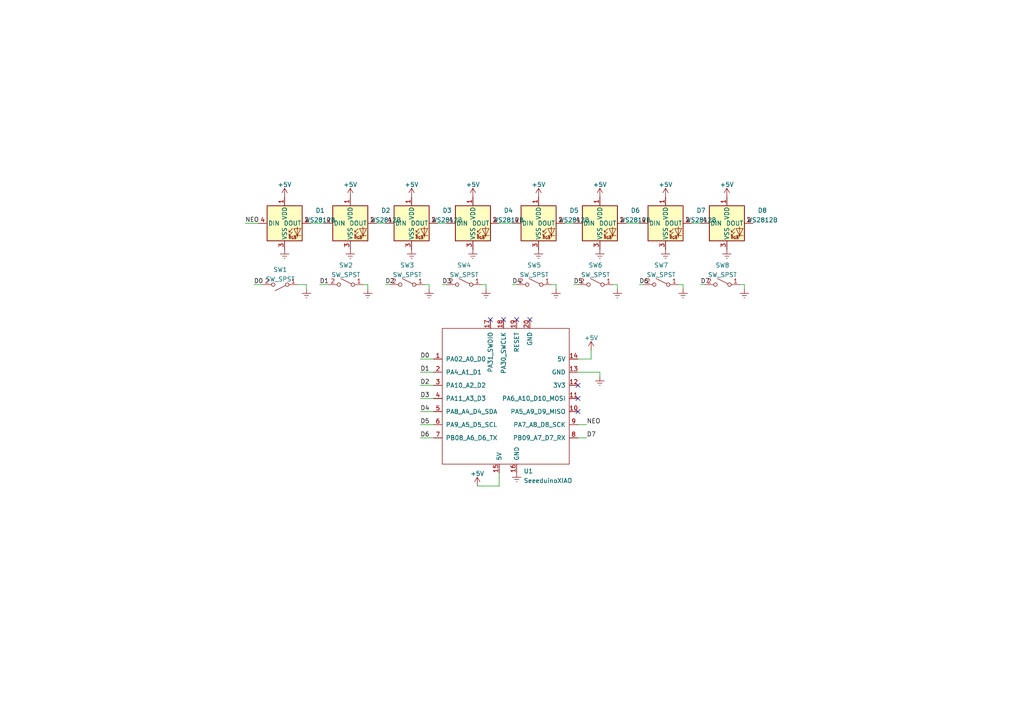
<source format=kicad_sch>
(kicad_sch (version 20211123) (generator eeschema)
  (paper "A4")
  (lib_symbols
    (symbol "LED:WS2812B" (pin_names (offset 0.254))
      (property "Reference" "D" (at 5.08 5.715 0))
      (property "Value" "WS2812B" (at 1.27 -5.715 0))
      (symbol "WS2812B_0_0"
        (text "RGB" (at 2.286 -4.191 0) (effects (font (size 0.762 0.762))))
      )
      (symbol "WS2812B_0_1"
        (polyline (pts (xy 1.27 -3.556) (xy 1.778 -3.556)))
        (polyline (pts (xy 1.27 -2.54) (xy 1.778 -2.54)))
        (polyline (pts (xy 4.699 -3.556) (xy 2.667 -3.556)))
        (polyline (pts (xy 2.286 -2.54) (xy 1.27 -3.556) (xy 1.27 -3.048)))
        (polyline (pts (xy 2.286 -1.524) (xy 1.27 -2.54) (xy 1.27 -2.032)))
        (polyline (pts (xy 3.683 -1.016) (xy 3.683 -3.556) (xy 3.683 -4.064)))
        (polyline (pts (xy 4.699 -1.524) (xy 2.667 -1.524) (xy 3.683 -3.556) (xy 4.699 -1.524)))
        (rectangle (start 5.08 5.08) (end -5.08 -5.08) (stroke (width 0.254)) (fill (type background)))
      )
      (symbol "WS2812B_1_1"
        (pin power_in line (at 0 7.62 270) (length 2.54) (name "VDD") (number "1"))
        (pin output line (at 7.62 0 180) (length 2.54) (name "DOUT") (number "2"))
        (pin power_in line (at 0 -7.62 90) (length 2.54) (name "VSS") (number "3"))
        (pin input line (at -7.62 0 0) (length 2.54) (name "DIN") (number "4"))
      )
    )
    (symbol "Switch:SW_SPST" (pin_names (offset 0) hide)
      (property "Reference" "SW" (at 0 3.175 0))
      (property "Value" "SW_SPST" (at 0 -2.54 0))
      (symbol "SW_SPST_0_0"
        (circle (center -2.032 0) (radius 0.508))
        (polyline (pts (xy -1.524 0.254) (xy 1.524 1.778)))
        (circle (center 2.032 0) (radius 0.508))
      )
      (symbol "SW_SPST_1_1"
        (pin passive line (at -5.08 0 0) (length 2.54) (name "A") (number "1"))
        (pin passive line (at 5.08 0 180) (length 2.54) (name "B") (number "2"))
      )
    )
    (symbol "power:+5V" (power) (pin_names (offset 0))
      (property "Value" "+5V" (at 0 3.556 0))
      (symbol "+5V_0_1"
        (polyline (pts (xy -0.762 1.27) (xy 0 2.54)))
        (polyline (pts (xy 0 0) (xy 0 2.54)))
        (polyline (pts (xy 0 2.54) (xy 0.762 1.27)))
      )
      (symbol "+5V_1_1"
        (pin power_in line (at 0 0 90) (length 0) hide (name "+5V") (number "1"))
      )
    )
    (symbol "power:Earth" (power) (pin_names (offset 0))
      (symbol "Earth_0_1"
        (polyline (pts (xy -0.635 -1.905) (xy 0.635 -1.905)))
        (polyline (pts (xy -0.127 -2.54) (xy 0.127 -2.54)))
        (polyline (pts (xy 0 -1.27) (xy 0 0)))
        (polyline (pts (xy 1.27 -1.27) (xy -1.27 -1.27)))
      )
      (symbol "Earth_1_1"
        (pin power_in line (at 0 0 270) (length 0) hide (name "Earth") (number "1"))
      )
    )
    (symbol "xiao:SeeeduinoXIAO" (pin_names (offset 1.016))
      (property "Reference" "U" (at -19.05 22.86 0))
      (property "Value" "SeeeduinoXIAO" (at -12.7 21.59 0))
      (symbol "SeeeduinoXIAO_0_1"
        (rectangle (start -19.05 20.32) (end 17.78 -19.05))
      )
      (symbol "SeeeduinoXIAO_1_1"
        (pin unspecified line (at -21.59 11.43 0) (length 2.54) (name "PA02_A0_D0") (number "1"))
        (pin unspecified line (at 20.32 -3.81 180) (length 2.54) (name "PA5_A9_D9_MISO") (number "10"))
        (pin unspecified line (at 20.32 0 180) (length 2.54) (name "PA6_A10_D10_MOSI") (number "11"))
        (pin unspecified line (at 20.32 3.81 180) (length 2.54) (name "3V3") (number "12"))
        (pin unspecified line (at 20.32 7.62 180) (length 2.54) (name "GND") (number "13"))
        (pin unspecified line (at 20.32 11.43 180) (length 2.54) (name "5V") (number "14"))
        (pin input line (at -2.54 -21.59 90) (length 2.54) (name "5V") (number "15"))
        (pin input line (at 2.54 -21.59 90) (length 2.54) (name "GND") (number "16"))
        (pin input line (at -5.08 22.86 270) (length 2.54) (name "PA31_SWDIO") (number "17"))
        (pin input line (at -1.27 22.86 270) (length 2.54) (name "PA30_SWCLK") (number "18"))
        (pin input line (at 2.54 22.86 270) (length 2.54) (name "RESET") (number "19"))
        (pin unspecified line (at -21.59 7.62 0) (length 2.54) (name "PA4_A1_D1") (number "2"))
        (pin input line (at 6.35 22.86 270) (length 2.54) (name "GND") (number "20"))
        (pin unspecified line (at -21.59 3.81 0) (length 2.54) (name "PA10_A2_D2") (number "3"))
        (pin unspecified line (at -21.59 0 0) (length 2.54) (name "PA11_A3_D3") (number "4"))
        (pin unspecified line (at -21.59 -3.81 0) (length 2.54) (name "PA8_A4_D4_SDA") (number "5"))
        (pin unspecified line (at -21.59 -7.62 0) (length 2.54) (name "PA9_A5_D5_SCL") (number "6"))
        (pin unspecified line (at -21.59 -11.43 0) (length 2.54) (name "PB08_A6_D6_TX") (number "7"))
        (pin unspecified line (at 20.32 -11.43 180) (length 2.54) (name "PB09_A7_D7_RX") (number "8"))
        (pin unspecified line (at 20.32 -7.62 180) (length 2.54) (name "PA7_A8_D8_SCK") (number "9"))
      )
    )
  )
  (no_connect (at 142.24 92.71))
  (no_connect (at 146.05 92.71))
  (no_connect (at 149.86 92.71))
  (no_connect (at 153.67 92.71))
  (no_connect (at 167.64 111.76))
  (no_connect (at 167.64 119.38))
  (no_connect (at 167.64 115.57))
  (wire (pts (xy 167.64 127) (xy 170.18 127)))
  (wire (pts (xy 179.07 82.55) (xy 177.8 82.55)))
  (wire (pts (xy 140.97 82.55) (xy 139.7 82.55)))
  (wire (pts (xy 86.36 82.55) (xy 88.9 82.55)))
  (wire (pts (xy 161.29 82.55) (xy 160.02 82.55)))
  (wire (pts (xy 109.22 64.77) (xy 111.76 64.77)))
  (wire (pts (xy 163.83 64.77) (xy 166.37 64.77)))
  (wire (pts (xy 181.61 64.77) (xy 185.42 64.77)))
  (wire (pts (xy 161.29 83.82) (xy 161.29 82.55)))
  (wire (pts (xy 171.45 104.14) (xy 171.45 101.6)))
  (wire (pts (xy 167.64 107.95) (xy 173.99 107.95)))
  (wire (pts (xy 121.92 107.95) (xy 125.73 107.95)))
  (wire (pts (xy 196.85 82.55) (xy 198.12 82.55)))
  (wire (pts (xy 121.92 115.57) (xy 125.73 115.57)))
  (wire (pts (xy 185.42 82.55) (xy 186.69 82.55)))
  (wire (pts (xy 121.92 127) (xy 125.73 127)))
  (wire (pts (xy 106.68 82.55) (xy 105.41 82.55)))
  (wire (pts (xy 88.9 83.82) (xy 88.9 82.55)))
  (wire (pts (xy 128.27 82.55) (xy 129.54 82.55)))
  (wire (pts (xy 140.97 83.82) (xy 140.97 82.55)))
  (wire (pts (xy 215.9 82.55) (xy 214.63 82.55)))
  (wire (pts (xy 167.64 104.14) (xy 171.45 104.14)))
  (wire (pts (xy 111.76 82.55) (xy 113.03 82.55)))
  (wire (pts (xy 200.66 64.77) (xy 203.2 64.77)))
  (wire (pts (xy 203.2 82.55) (xy 204.47 82.55)))
  (wire (pts (xy 121.92 123.19) (xy 125.73 123.19)))
  (wire (pts (xy 71.12 64.77) (xy 74.93 64.77)))
  (wire (pts (xy 106.68 83.82) (xy 106.68 82.55)))
  (wire (pts (xy 90.17 64.77) (xy 93.98 64.77)))
  (wire (pts (xy 144.78 64.77) (xy 148.59 64.77)))
  (wire (pts (xy 121.92 111.76) (xy 125.73 111.76)))
  (wire (pts (xy 121.92 119.38) (xy 125.73 119.38)))
  (wire (pts (xy 148.59 82.55) (xy 149.86 82.55)))
  (wire (pts (xy 167.64 123.19) (xy 170.18 123.19)))
  (wire (pts (xy 179.07 83.82) (xy 179.07 82.55)))
  (wire (pts (xy 124.46 82.55) (xy 123.19 82.55)))
  (wire (pts (xy 144.78 140.97) (xy 144.78 137.16)))
  (wire (pts (xy 92.71 82.55) (xy 95.25 82.55)))
  (wire (pts (xy 138.43 140.97) (xy 144.78 140.97)))
  (wire (pts (xy 127 64.77) (xy 129.54 64.77)))
  (wire (pts (xy 121.92 104.14) (xy 125.73 104.14)))
  (wire (pts (xy 73.66 82.55) (xy 76.2 82.55)))
  (wire (pts (xy 124.46 83.82) (xy 124.46 82.55)))
  (wire (pts (xy 173.99 109.22) (xy 173.99 107.95)))
  (wire (pts (xy 215.9 83.82) (xy 215.9 82.55)))
  (wire (pts (xy 198.12 83.82) (xy 198.12 82.55)))
  (wire (pts (xy 166.37 82.55) (xy 167.64 82.55)))
  (label "D5" (at 166.37 82.55 0))
  (label "D7" (at 203.2 82.55 0))
  (label "D2" (at 121.92 111.76 0))
  (label "D7" (at 170.18 127 0))
  (label "D0" (at 121.92 104.14 0))
  (label "D4" (at 121.92 119.38 0))
  (label "NEO" (at 71.12 64.77 0))
  (label "D5" (at 121.92 123.19 0))
  (label "D6" (at 121.92 127 0))
  (label "D3" (at 121.92 115.57 0))
  (label "D1" (at 92.71 82.55 0))
  (label "NEO" (at 170.18 123.19 0))
  (label "D2" (at 111.76 82.55 0))
  (label "D0" (at 73.66 82.55 0))
  (label "D3" (at 128.27 82.55 0))
  (label "D6" (at 185.42 82.55 0))
  (label "D1" (at 121.92 107.95 0))
  (label "D4" (at 148.59 82.55 0))
  (symbol (lib_id "Switch:SW_SPST") (at 118.11 82.55 0) (mirror y) (unit 1)
    (property "Reference" "SW3" (at 118.11 76.9325 0))
    (property "Value" "SW_SPST" (at 118.11 79.7076 0))
    (property "Footprint" "Button_Switch_Keyboard:SW_Cherry_MX_1.00u_PCB" (effects hide))
  )
  (symbol (lib_id "power:Earth") (at 124.46 83.82 0) (unit 1)
    (property "Reference" "#PWR09" (effects hide))
    (property "Value" "Earth" (effects hide))
  )
  (symbol (lib_id "power:Earth") (at 210.82 72.39 0) (unit 1)
    (property "Reference" "#PWR027" (effects hide))
    (property "Value" "Earth" (effects hide))
  )
  (symbol (lib_id "LED:WS2812B") (at 193.04 64.77 0) (unit 1)
    (property "Reference" "D7" (at 203.3459 61.0448 0))
    (property "Value" "WS2812B" (at 203.3459 63.8199 0))
    (property "Footprint" "LED_SMD:LED_WS2812B_PLCC4_5.0x5.0mm_P3.2mm" (effects hide))
    (property "Datasheet" "https://cdn-shop.adafruit.com/datasheets/WS2812B.pdf" (effects hide))
  )
  (symbol (lib_id "power:+5V") (at 101.6 57.15 0) (unit 1)
    (property "Reference" "#PWR04" (effects hide))
    (property "Value" "+5V" (at 101.6 53.5455 0))
  )
  (symbol (lib_id "power:Earth") (at 193.04 72.39 0) (unit 1)
    (property "Reference" "#PWR024" (effects hide))
    (property "Value" "Earth" (effects hide))
  )
  (symbol (lib_id "power:Earth") (at 198.12 83.82 0) (unit 1)
    (property "Reference" "#PWR025" (effects hide))
    (property "Value" "Earth" (effects hide))
  )
  (symbol (lib_id "power:Earth") (at 179.07 83.82 0) (unit 1)
    (property "Reference" "#PWR022" (effects hide))
    (property "Value" "Earth" (effects hide))
  )
  (symbol (lib_id "Switch:SW_SPST") (at 100.33 82.55 0) (mirror y) (unit 1)
    (property "Reference" "SW2" (at 100.33 76.9325 0))
    (property "Value" "SW_SPST" (at 100.33 79.7076 0))
    (property "Footprint" "Button_Switch_Keyboard:SW_Cherry_MX_1.00u_PCB" (effects hide))
  )
  (symbol (lib_id "LED:WS2812B") (at 137.16 64.77 0) (unit 1)
    (property "Reference" "D4" (at 147.4659 61.0448 0))
    (property "Value" "WS2812B" (at 147.4659 63.8199 0))
    (property "Footprint" "LED_SMD:LED_WS2812B_PLCC4_5.0x5.0mm_P3.2mm" (effects hide))
    (property "Datasheet" "https://cdn-shop.adafruit.com/datasheets/WS2812B.pdf" (effects hide))
  )
  (symbol (lib_id "power:Earth") (at 88.9 83.82 0) (unit 1)
    (property "Reference" "#PWR03" (effects hide))
    (property "Value" "Earth" (effects hide))
  )
  (symbol (lib_id "LED:WS2812B") (at 119.38 64.77 0) (unit 1)
    (property "Reference" "D3" (at 129.6859 61.0448 0))
    (property "Value" "WS2812B" (at 129.6859 63.8199 0))
    (property "Footprint" "LED_SMD:LED_WS2812B_PLCC4_5.0x5.0mm_P3.2mm" (effects hide))
    (property "Datasheet" "https://cdn-shop.adafruit.com/datasheets/WS2812B.pdf" (effects hide))
  )
  (symbol (lib_id "LED:WS2812B") (at 173.99 64.77 0) (unit 1)
    (property "Reference" "D6" (at 184.2959 61.0448 0))
    (property "Value" "WS2812B" (at 184.2959 63.8199 0))
    (property "Footprint" "LED_SMD:LED_WS2812B_PLCC4_5.0x5.0mm_P3.2mm" (effects hide))
    (property "Datasheet" "https://cdn-shop.adafruit.com/datasheets/WS2812B.pdf" (effects hide))
  )
  (symbol (lib_id "power:Earth") (at 106.68 83.82 0) (unit 1)
    (property "Reference" "#PWR06" (effects hide))
    (property "Value" "Earth" (effects hide))
  )
  (symbol (lib_id "power:Earth") (at 140.97 83.82 0) (unit 1)
    (property "Reference" "#PWR013" (effects hide))
    (property "Value" "Earth" (effects hide))
  )
  (symbol (lib_id "power:Earth") (at 137.16 72.39 0) (unit 1)
    (property "Reference" "#PWR011" (effects hide))
    (property "Value" "Earth" (effects hide))
  )
  (symbol (lib_id "xiao:SeeeduinoXIAO") (at 147.32 115.57 0) (unit 1)
    (property "Reference" "U1" (at 151.8794 136.6425 0) (effects (justify left)))
    (property "Value" "SeeeduinoXIAO" (at 151.8794 139.4176 0) (effects (justify left)))
    (property "Footprint" "xiao:Seeeduino XIAO-MOUDLE14P-2.54-21X17.8MM" (effects hide))
  )
  (symbol (lib_id "power:+5V") (at 82.55 57.15 0) (unit 1)
    (property "Reference" "#PWR01" (effects hide))
    (property "Value" "+5V" (at 82.55 53.5455 0))
  )
  (symbol (lib_id "power:+5V") (at 171.45 101.6 0) (unit 1)
    (property "Reference" "#PWR018" (effects hide))
    (property "Value" "+5V" (at 171.45 97.9955 0))
  )
  (symbol (lib_id "Switch:SW_SPST") (at 172.72 82.55 0) (mirror y) (unit 1)
    (property "Reference" "SW6" (at 172.72 76.9325 0))
    (property "Value" "SW_SPST" (at 172.72 79.7076 0))
    (property "Footprint" "Button_Switch_Keyboard:SW_Cherry_MX_1.00u_PCB" (effects hide))
  )
  (symbol (lib_id "power:+5V") (at 119.38 57.15 0) (unit 1)
    (property "Reference" "#PWR07" (effects hide))
    (property "Value" "+5V" (at 119.38 53.5455 0))
  )
  (symbol (lib_id "LED:WS2812B") (at 210.82 64.77 0) (unit 1)
    (property "Reference" "D8" (at 221.1259 61.0448 0))
    (property "Value" "WS2812B" (at 221.1259 63.8199 0))
    (property "Footprint" "LED_SMD:LED_WS2812B_PLCC4_5.0x5.0mm_P3.2mm" (effects hide))
    (property "Datasheet" "https://cdn-shop.adafruit.com/datasheets/WS2812B.pdf" (effects hide))
  )
  (symbol (lib_id "power:+5V") (at 173.99 57.15 0) (unit 1)
    (property "Reference" "#PWR019" (effects hide))
    (property "Value" "+5V" (at 173.99 53.5455 0))
  )
  (symbol (lib_id "Switch:SW_SPST") (at 134.62 82.55 0) (mirror y) (unit 1)
    (property "Reference" "SW4" (at 134.62 76.9325 0))
    (property "Value" "SW_SPST" (at 134.62 79.7076 0))
    (property "Footprint" "Button_Switch_Keyboard:SW_Cherry_MX_1.00u_PCB" (effects hide))
  )
  (symbol (lib_id "Switch:SW_SPST") (at 81.28 82.55 180) (unit 1)
    (property "Reference" "SW1" (at 81.28 78.2025 0))
    (property "Value" "SW_SPST" (at 81.28 80.9776 0))
    (property "Footprint" "Button_Switch_Keyboard:SW_Cherry_MX_1.00u_PCB" (effects hide))
  )
  (symbol (lib_id "LED:WS2812B") (at 101.6 64.77 0) (unit 1)
    (property "Reference" "D2" (at 111.9059 61.0448 0))
    (property "Value" "WS2812B" (at 111.9059 63.8199 0))
    (property "Footprint" "LED_SMD:LED_WS2812B_PLCC4_5.0x5.0mm_P3.2mm" (effects hide))
    (property "Datasheet" "https://cdn-shop.adafruit.com/datasheets/WS2812B.pdf" (effects hide))
  )
  (symbol (lib_id "LED:WS2812B") (at 82.55 64.77 0) (unit 1)
    (property "Reference" "D1" (at 92.8559 61.0448 0))
    (property "Value" "WS2812B" (at 92.8559 63.8199 0))
    (property "Footprint" "LED_SMD:LED_WS2812B_PLCC4_5.0x5.0mm_P3.2mm" (effects hide))
    (property "Datasheet" "https://cdn-shop.adafruit.com/datasheets/WS2812B.pdf" (effects hide))
  )
  (symbol (lib_id "power:Earth") (at 101.6 72.39 0) (unit 1)
    (property "Reference" "#PWR05" (effects hide))
    (property "Value" "Earth" (effects hide))
  )
  (symbol (lib_id "power:Earth") (at 149.86 137.16 0) (unit 1)
    (property "Reference" "#PWR014" (effects hide))
    (property "Value" "Earth" (effects hide))
  )
  (symbol (lib_id "power:Earth") (at 82.55 72.39 0) (unit 1)
    (property "Reference" "#PWR02" (effects hide))
    (property "Value" "Earth" (effects hide))
  )
  (symbol (lib_id "power:+5V") (at 137.16 57.15 0) (unit 1)
    (property "Reference" "#PWR010" (effects hide))
    (property "Value" "+5V" (at 137.16 53.5455 0))
  )
  (symbol (lib_id "Switch:SW_SPST") (at 154.94 82.55 0) (mirror y) (unit 1)
    (property "Reference" "SW5" (at 154.94 76.9325 0))
    (property "Value" "SW_SPST" (at 154.94 79.7076 0))
    (property "Footprint" "Button_Switch_Keyboard:SW_Cherry_MX_1.00u_PCB" (effects hide))
  )
  (symbol (lib_id "power:Earth") (at 119.38 72.39 0) (unit 1)
    (property "Reference" "#PWR08" (effects hide))
    (property "Value" "Earth" (effects hide))
  )
  (symbol (lib_id "Switch:SW_SPST") (at 209.55 82.55 0) (mirror y) (unit 1)
    (property "Reference" "SW8" (at 209.55 76.9325 0))
    (property "Value" "SW_SPST" (at 209.55 79.7076 0))
    (property "Footprint" "Button_Switch_Keyboard:SW_Cherry_MX_1.00u_PCB" (effects hide))
  )
  (symbol (lib_id "power:+5V") (at 156.21 57.15 0) (unit 1)
    (property "Reference" "#PWR015" (effects hide))
    (property "Value" "+5V" (at 156.21 53.5455 0))
  )
  (symbol (lib_id "power:Earth") (at 173.99 109.22 0) (unit 1)
    (property "Reference" "#PWR021" (effects hide))
    (property "Value" "Earth" (effects hide))
  )
  (symbol (lib_id "power:Earth") (at 156.21 72.39 0) (unit 1)
    (property "Reference" "#PWR016" (effects hide))
    (property "Value" "Earth" (effects hide))
  )
  (symbol (lib_id "power:+5V") (at 138.43 140.97 0) (unit 1)
    (property "Reference" "#PWR012" (effects hide))
    (property "Value" "+5V" (at 138.43 137.3655 0))
  )
  (symbol (lib_id "power:Earth") (at 215.9 83.82 0) (unit 1)
    (property "Reference" "#PWR028" (effects hide))
    (property "Value" "Earth" (effects hide))
  )
  (symbol (lib_id "power:+5V") (at 210.82 57.15 0) (unit 1)
    (property "Reference" "#PWR026" (effects hide))
    (property "Value" "+5V" (at 210.82 53.5455 0))
  )
  (symbol (lib_id "power:+5V") (at 193.04 57.15 0) (unit 1)
    (property "Reference" "#PWR023" (effects hide))
    (property "Value" "+5V" (at 193.04 53.5455 0))
  )
  (symbol (lib_id "LED:WS2812B") (at 156.21 64.77 0) (unit 1)
    (property "Reference" "D5" (at 166.5159 61.0448 0))
    (property "Value" "WS2812B" (at 166.5159 63.8199 0))
    (property "Footprint" "LED_SMD:LED_WS2812B_PLCC4_5.0x5.0mm_P3.2mm" (effects hide))
    (property "Datasheet" "https://cdn-shop.adafruit.com/datasheets/WS2812B.pdf" (effects hide))
  )
  (symbol (lib_id "Switch:SW_SPST") (at 191.77 82.55 0) (mirror y) (unit 1)
    (property "Reference" "SW7" (at 191.77 76.9325 0))
    (property "Value" "SW_SPST" (at 191.77 79.7076 0))
    (property "Footprint" "Button_Switch_Keyboard:SW_Cherry_MX_1.00u_PCB" (effects hide))
  )
  (symbol (lib_id "power:Earth") (at 173.99 72.39 0) (unit 1)
    (property "Reference" "#PWR020" (effects hide))
    (property "Value" "Earth" (effects hide))
  )
  (symbol (lib_id "power:Earth") (at 161.29 83.82 0) (unit 1)
    (property "Reference" "#PWR017" (effects hide))
    (property "Value" "Earth" (effects hide))
  )
)
</source>
